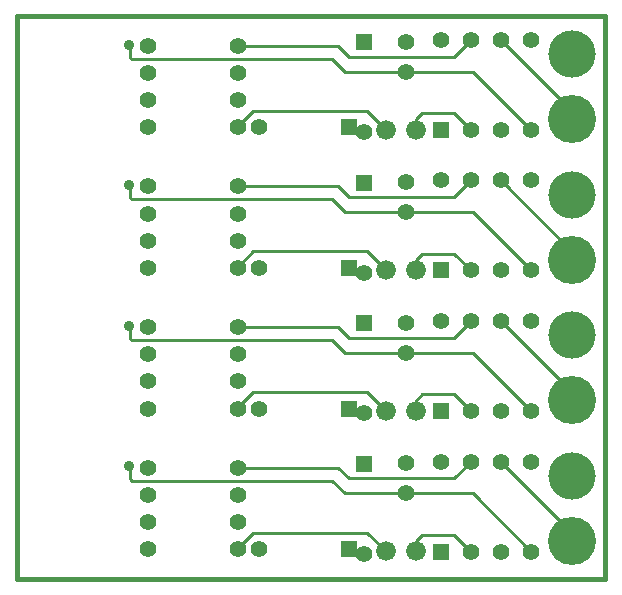
<source format=gbl>
G04 (created by PCBNEW-RS274X (2011-12-23 BZR 3325)-testing) date Sunday, March 18, 2012 05:57:35 PM*
G01*
G70*
G90*
%MOIN*%
G04 Gerber Fmt 3.4, Leading zero omitted, Abs format*
%FSLAX34Y34*%
G04 APERTURE LIST*
%ADD10C,0.006000*%
%ADD11C,0.015000*%
%ADD12C,0.160000*%
%ADD13C,0.157500*%
%ADD14C,0.055000*%
%ADD15R,0.055000X0.055000*%
%ADD16C,0.066000*%
%ADD17C,0.035000*%
%ADD18C,0.010000*%
G04 APERTURE END LIST*
G54D10*
G54D11*
X64370Y-42913D02*
X64370Y-24173D01*
X44764Y-42913D02*
X64370Y-42913D01*
X44764Y-24173D02*
X44764Y-42913D01*
X44764Y-24173D02*
X64370Y-24173D01*
G54D12*
X63267Y-27599D03*
G54D13*
X63267Y-25434D03*
G54D14*
X49130Y-26063D03*
X52130Y-26063D03*
X49130Y-25158D03*
X52130Y-25158D03*
X49130Y-26969D03*
X52130Y-26969D03*
X49130Y-27874D03*
X52130Y-27874D03*
G54D15*
X58893Y-27958D03*
G54D14*
X59893Y-27958D03*
X60893Y-27958D03*
X61893Y-27958D03*
X61893Y-24958D03*
X60893Y-24958D03*
X59893Y-24958D03*
X58893Y-24958D03*
G54D15*
X55831Y-27874D03*
G54D14*
X52831Y-27874D03*
G54D15*
X56339Y-25036D03*
G54D14*
X56339Y-28036D03*
X57717Y-25012D03*
X57717Y-26012D03*
G54D12*
X63267Y-32284D03*
G54D13*
X63267Y-30119D03*
G54D14*
X49130Y-30748D03*
X52130Y-30748D03*
X49130Y-29843D03*
X52130Y-29843D03*
X49130Y-31654D03*
X52130Y-31654D03*
X49130Y-32559D03*
X52130Y-32559D03*
G54D15*
X58893Y-32643D03*
G54D14*
X59893Y-32643D03*
X60893Y-32643D03*
X61893Y-32643D03*
X61893Y-29643D03*
X60893Y-29643D03*
X59893Y-29643D03*
X58893Y-29643D03*
G54D15*
X55831Y-32559D03*
G54D14*
X52831Y-32559D03*
G54D15*
X56339Y-29721D03*
G54D14*
X56339Y-32721D03*
X57717Y-29697D03*
X57717Y-30697D03*
G54D12*
X63267Y-36969D03*
G54D13*
X63267Y-34804D03*
G54D14*
X49130Y-35433D03*
X52130Y-35433D03*
X49130Y-34528D03*
X52130Y-34528D03*
X49130Y-36339D03*
X52130Y-36339D03*
X49130Y-37244D03*
X52130Y-37244D03*
G54D15*
X58893Y-37328D03*
G54D14*
X59893Y-37328D03*
X60893Y-37328D03*
X61893Y-37328D03*
X61893Y-34328D03*
X60893Y-34328D03*
X59893Y-34328D03*
X58893Y-34328D03*
G54D15*
X55831Y-37244D03*
G54D14*
X52831Y-37244D03*
G54D15*
X56339Y-34406D03*
G54D14*
X56339Y-37406D03*
X57717Y-34382D03*
X57717Y-35382D03*
G54D12*
X63267Y-41654D03*
G54D13*
X63267Y-39489D03*
G54D14*
X49130Y-40118D03*
X52130Y-40118D03*
X49130Y-39213D03*
X52130Y-39213D03*
X49130Y-41024D03*
X52130Y-41024D03*
X49130Y-41929D03*
X52130Y-41929D03*
G54D15*
X58893Y-42013D03*
G54D14*
X59893Y-42013D03*
X60893Y-42013D03*
X61893Y-42013D03*
X61893Y-39013D03*
X60893Y-39013D03*
X59893Y-39013D03*
X58893Y-39013D03*
G54D15*
X55831Y-41929D03*
G54D14*
X52831Y-41929D03*
G54D15*
X56339Y-39091D03*
G54D14*
X56339Y-42091D03*
X57717Y-39067D03*
X57717Y-40067D03*
G54D16*
X57059Y-42008D03*
X58059Y-42008D03*
X57059Y-37323D03*
X58059Y-37323D03*
X57059Y-32638D03*
X58059Y-32638D03*
X57059Y-27953D03*
X58059Y-27953D03*
G54D17*
X48504Y-39173D03*
X48504Y-29803D03*
X48504Y-25118D03*
X48504Y-34488D03*
G54D18*
X48543Y-34921D02*
X48583Y-34961D01*
X48583Y-34961D02*
X55276Y-34961D01*
X55276Y-34961D02*
X55697Y-35382D01*
X55697Y-35382D02*
X57717Y-35382D01*
X59947Y-40067D02*
X61893Y-42013D01*
X57717Y-40067D02*
X59947Y-40067D01*
X48504Y-39173D02*
X48543Y-39212D01*
X48543Y-39212D02*
X48543Y-39606D01*
X48543Y-34527D02*
X48543Y-34921D01*
X48543Y-25551D02*
X48583Y-25591D01*
X48583Y-25591D02*
X55276Y-25591D01*
X55276Y-25591D02*
X55697Y-26012D01*
X55697Y-26012D02*
X57717Y-26012D01*
X59947Y-30697D02*
X61893Y-32643D01*
X57717Y-30697D02*
X59947Y-30697D01*
X48504Y-29803D02*
X48543Y-29842D01*
X48543Y-29842D02*
X48543Y-30236D01*
X48543Y-30236D02*
X48583Y-30276D01*
X48583Y-30276D02*
X55276Y-30276D01*
X55276Y-30276D02*
X55697Y-30697D01*
X55697Y-30697D02*
X57717Y-30697D01*
X59947Y-26012D02*
X61893Y-27958D01*
X57717Y-26012D02*
X59947Y-26012D01*
X48504Y-25118D02*
X48543Y-25157D01*
X48543Y-25157D02*
X48543Y-25551D01*
X48504Y-34488D02*
X48543Y-34527D01*
X57717Y-35382D02*
X59947Y-35382D01*
X59947Y-35382D02*
X61893Y-37328D01*
X55697Y-40067D02*
X57717Y-40067D01*
X55276Y-39646D02*
X55697Y-40067D01*
X48583Y-39646D02*
X55276Y-39646D01*
X48543Y-39606D02*
X48583Y-39646D01*
X63267Y-36702D02*
X60893Y-34328D01*
X63267Y-36969D02*
X63267Y-36702D01*
X63267Y-41387D02*
X60893Y-39013D01*
X63267Y-41654D02*
X63267Y-41387D01*
X63267Y-32284D02*
X63267Y-32017D01*
X63267Y-32017D02*
X60893Y-29643D01*
X63267Y-27599D02*
X63267Y-27332D01*
X63267Y-27332D02*
X60893Y-24958D01*
X58059Y-27953D02*
X58059Y-27610D01*
X58059Y-32638D02*
X58059Y-32295D01*
X59337Y-32087D02*
X59893Y-32643D01*
X58267Y-32087D02*
X59337Y-32087D01*
X58059Y-32295D02*
X58267Y-32087D01*
X58059Y-36980D02*
X58267Y-36772D01*
X58267Y-36772D02*
X59337Y-36772D01*
X59337Y-36772D02*
X59893Y-37328D01*
X58059Y-41665D02*
X58267Y-41457D01*
X58267Y-41457D02*
X59337Y-41457D01*
X59337Y-41457D02*
X59893Y-42013D01*
X58059Y-42008D02*
X58059Y-41665D01*
X58059Y-37323D02*
X58059Y-36980D01*
X59337Y-27402D02*
X59893Y-27958D01*
X58267Y-27402D02*
X59337Y-27402D01*
X58059Y-27610D02*
X58267Y-27402D01*
X52130Y-25158D02*
X55473Y-25158D01*
X59339Y-25512D02*
X59893Y-24958D01*
X55827Y-25512D02*
X59339Y-25512D01*
X55473Y-25158D02*
X55827Y-25512D01*
X55473Y-29843D02*
X55827Y-30197D01*
X55827Y-30197D02*
X59339Y-30197D01*
X59339Y-30197D02*
X59893Y-29643D01*
X52130Y-29843D02*
X55473Y-29843D01*
X52130Y-34528D02*
X55473Y-34528D01*
X59339Y-34882D02*
X59893Y-34328D01*
X55827Y-34882D02*
X59339Y-34882D01*
X55473Y-34528D02*
X55827Y-34882D01*
X55473Y-39213D02*
X55827Y-39567D01*
X55827Y-39567D02*
X59339Y-39567D01*
X59339Y-39567D02*
X59893Y-39013D01*
X52130Y-39213D02*
X55473Y-39213D01*
X52130Y-27831D02*
X52638Y-27323D01*
X52638Y-27323D02*
X56429Y-27323D01*
X56429Y-27323D02*
X57059Y-27953D01*
X52130Y-27874D02*
X52130Y-27831D01*
X52130Y-32559D02*
X52130Y-32516D01*
X56429Y-32008D02*
X57059Y-32638D01*
X52638Y-32008D02*
X56429Y-32008D01*
X52130Y-32516D02*
X52638Y-32008D01*
X52130Y-37201D02*
X52638Y-36693D01*
X52638Y-36693D02*
X56429Y-36693D01*
X56429Y-36693D02*
X57059Y-37323D01*
X52130Y-37244D02*
X52130Y-37201D01*
X52130Y-41929D02*
X52130Y-41886D01*
X56429Y-41378D02*
X57059Y-42008D01*
X52638Y-41378D02*
X56429Y-41378D01*
X52130Y-41886D02*
X52638Y-41378D01*
M02*

</source>
